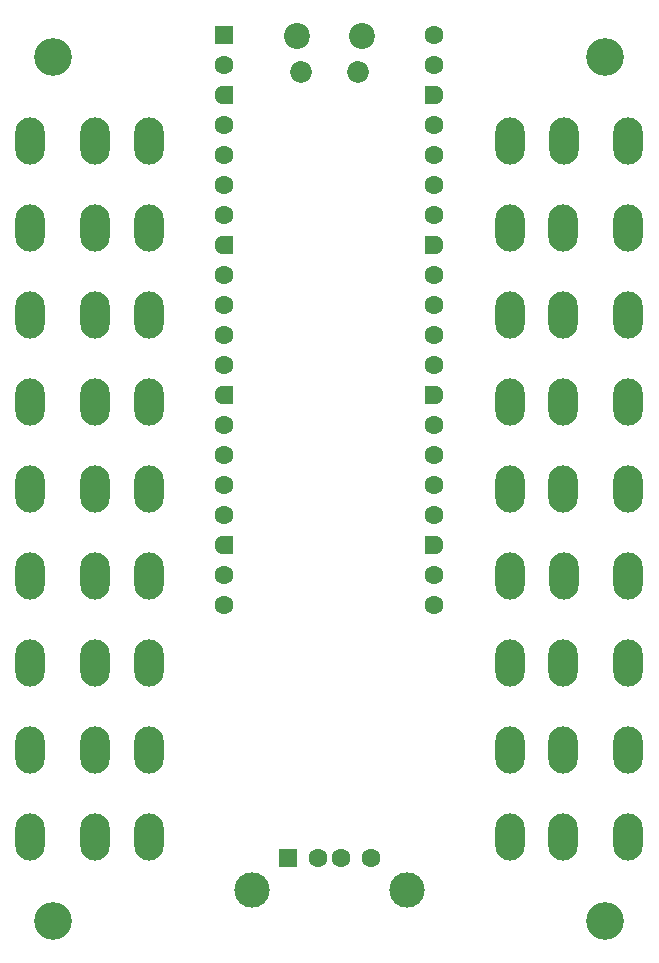
<source format=gbr>
%TF.GenerationSoftware,KiCad,Pcbnew,7.0.10*%
%TF.CreationDate,2024-03-07T13:06:01-05:00*%
%TF.ProjectId,adaptive-2040-nomoth,61646170-7469-4766-952d-323034302d6e,0*%
%TF.SameCoordinates,Original*%
%TF.FileFunction,Soldermask,Bot*%
%TF.FilePolarity,Negative*%
%FSLAX46Y46*%
G04 Gerber Fmt 4.6, Leading zero omitted, Abs format (unit mm)*
G04 Created by KiCad (PCBNEW 7.0.10) date 2024-03-07 13:06:01*
%MOMM*%
%LPD*%
G01*
G04 APERTURE LIST*
G04 Aperture macros list*
%AMRoundRect*
0 Rectangle with rounded corners*
0 $1 Rounding radius*
0 $2 $3 $4 $5 $6 $7 $8 $9 X,Y pos of 4 corners*
0 Add a 4 corners polygon primitive as box body*
4,1,4,$2,$3,$4,$5,$6,$7,$8,$9,$2,$3,0*
0 Add four circle primitives for the rounded corners*
1,1,$1+$1,$2,$3*
1,1,$1+$1,$4,$5*
1,1,$1+$1,$6,$7*
1,1,$1+$1,$8,$9*
0 Add four rect primitives between the rounded corners*
20,1,$1+$1,$2,$3,$4,$5,0*
20,1,$1+$1,$4,$5,$6,$7,0*
20,1,$1+$1,$6,$7,$8,$9,0*
20,1,$1+$1,$8,$9,$2,$3,0*%
%AMFreePoly0*
4,1,28,0.605014,0.794986,0.644504,0.794986,0.724698,0.756366,0.780194,0.686777,0.800000,0.600000,0.800000,-0.600000,0.780194,-0.686777,0.724698,-0.756366,0.644504,-0.794986,0.605014,-0.794986,0.600000,-0.800000,0.000000,-0.800000,-0.178017,-0.779942,-0.347107,-0.720775,-0.498792,-0.625465,-0.625465,-0.498792,-0.720775,-0.347107,-0.779942,-0.178017,-0.800000,0.000000,-0.779942,0.178017,
-0.720775,0.347107,-0.625465,0.498792,-0.498792,0.625465,-0.347107,0.720775,-0.178017,0.779942,0.000000,0.800000,0.600000,0.800000,0.605014,0.794986,0.605014,0.794986,$1*%
%AMFreePoly1*
4,1,28,0.178017,0.779942,0.347107,0.720775,0.498792,0.625465,0.625465,0.498792,0.720775,0.347107,0.779942,0.178017,0.800000,0.000000,0.779942,-0.178017,0.720775,-0.347107,0.625465,-0.498792,0.498792,-0.625465,0.347107,-0.720775,0.178017,-0.779942,0.000000,-0.800000,-0.600000,-0.800000,-0.605014,-0.794986,-0.644504,-0.794986,-0.724698,-0.756366,-0.780194,-0.686777,-0.800000,-0.600000,
-0.800000,0.600000,-0.780194,0.686777,-0.724698,0.756366,-0.644504,0.794986,-0.605014,0.794986,-0.600000,0.800000,0.000000,0.800000,0.178017,0.779942,0.178017,0.779942,$1*%
G04 Aperture macros list end*
%ADD10O,2.500000X4.000000*%
%ADD11R,1.600000X1.500000*%
%ADD12C,1.600000*%
%ADD13C,3.000000*%
%ADD14C,3.200000*%
%ADD15C,2.200000*%
%ADD16C,1.850000*%
%ADD17RoundRect,0.200000X-0.600000X-0.600000X0.600000X-0.600000X0.600000X0.600000X-0.600000X0.600000X0*%
%ADD18FreePoly0,0.000000*%
%ADD19FreePoly1,0.000000*%
G04 APERTURE END LIST*
D10*
%TO.C,J10*%
X79717000Y-177927000D03*
X85217000Y-177927000D03*
X89717000Y-177927000D03*
%TD*%
D11*
%TO.C,J1*%
X101529000Y-179679000D03*
D12*
X104029000Y-179679000D03*
X106029000Y-179679000D03*
X108529000Y-179679000D03*
D13*
X98459000Y-182389000D03*
X111599000Y-182389000D03*
%TD*%
D10*
%TO.C,J2*%
X79717000Y-118999000D03*
X85217000Y-118999000D03*
X89717000Y-118999000D03*
%TD*%
D14*
%TO.C,REF11*%
X81661000Y-111887000D03*
%TD*%
D10*
%TO.C,J14*%
X130349000Y-155829000D03*
X124849000Y-155829000D03*
X120349000Y-155829000D03*
%TD*%
%TO.C,J15*%
X130341000Y-148463000D03*
X124841000Y-148463000D03*
X120341000Y-148463000D03*
%TD*%
%TO.C,J19*%
X130349000Y-118999000D03*
X124849000Y-118999000D03*
X120349000Y-118999000D03*
%TD*%
D14*
%TO.C,REF13*%
X81661000Y-185039000D03*
%TD*%
D10*
%TO.C,J3*%
X79717000Y-126365000D03*
X85217000Y-126365000D03*
X89717000Y-126365000D03*
%TD*%
%TO.C,J12*%
X130341000Y-170561000D03*
X124841000Y-170561000D03*
X120341000Y-170561000D03*
%TD*%
%TO.C,J5*%
X79717000Y-141097000D03*
X85217000Y-141097000D03*
X89717000Y-141097000D03*
%TD*%
%TO.C,J17*%
X130341000Y-133731000D03*
X124841000Y-133731000D03*
X120341000Y-133731000D03*
%TD*%
%TO.C,J4*%
X79717000Y-133731000D03*
X85217000Y-133731000D03*
X89717000Y-133731000D03*
%TD*%
D14*
%TO.C,REF14145235*%
X128397000Y-185039000D03*
%TD*%
D10*
%TO.C,J9*%
X79717000Y-170561000D03*
X85217000Y-170561000D03*
X89717000Y-170561000D03*
%TD*%
%TO.C,J7*%
X79717000Y-155829000D03*
X85217000Y-155829000D03*
X89717000Y-155829000D03*
%TD*%
%TO.C,J16*%
X130341000Y-141097000D03*
X124841000Y-141097000D03*
X120341000Y-141097000D03*
%TD*%
D14*
%TO.C,REF12*%
X128397000Y-111887000D03*
%TD*%
D10*
%TO.C,J6*%
X79717000Y-148463000D03*
X85217000Y-148463000D03*
X89717000Y-148463000D03*
%TD*%
D15*
%TO.C,U1*%
X102304000Y-110112000D03*
D16*
X102604000Y-113142000D03*
X107454000Y-113142000D03*
D15*
X107754000Y-110112000D03*
D17*
X96139000Y-109982000D03*
D12*
X96139000Y-112522000D03*
D18*
X96139000Y-115062000D03*
D12*
X96139000Y-117602000D03*
X96139000Y-120142000D03*
X96139000Y-122682000D03*
X96139000Y-125222000D03*
D18*
X96139000Y-127762000D03*
D12*
X96139000Y-130302000D03*
X96139000Y-132842000D03*
X96139000Y-135382000D03*
X96139000Y-137922000D03*
D18*
X96139000Y-140462000D03*
D12*
X96139000Y-143002000D03*
X96139000Y-145542000D03*
X96139000Y-148082000D03*
X96139000Y-150622000D03*
D18*
X96139000Y-153162000D03*
D12*
X96139000Y-155702000D03*
X96139000Y-158242000D03*
X113919000Y-158242000D03*
X113919000Y-155702000D03*
D19*
X113919000Y-153162000D03*
D12*
X113919000Y-150622000D03*
X113919000Y-148082000D03*
X113919000Y-145542000D03*
X113919000Y-143002000D03*
D19*
X113919000Y-140462000D03*
D12*
X113919000Y-137922000D03*
X113919000Y-135382000D03*
X113919000Y-132842000D03*
X113919000Y-130302000D03*
D19*
X113919000Y-127762000D03*
D12*
X113919000Y-125222000D03*
X113919000Y-122682000D03*
X113919000Y-120142000D03*
X113919000Y-117602000D03*
D19*
X113919000Y-115062000D03*
D12*
X113919000Y-112522000D03*
X113919000Y-109982000D03*
%TD*%
D10*
%TO.C,J8*%
X79717000Y-163195000D03*
X85217000Y-163195000D03*
X89717000Y-163195000D03*
%TD*%
%TO.C,J11*%
X130341000Y-177927000D03*
X124841000Y-177927000D03*
X120341000Y-177927000D03*
%TD*%
%TO.C,J13*%
X130341000Y-163195000D03*
X124841000Y-163195000D03*
X120341000Y-163195000D03*
%TD*%
%TO.C,J18*%
X130341000Y-126365000D03*
X124841000Y-126365000D03*
X120341000Y-126365000D03*
%TD*%
M02*

</source>
